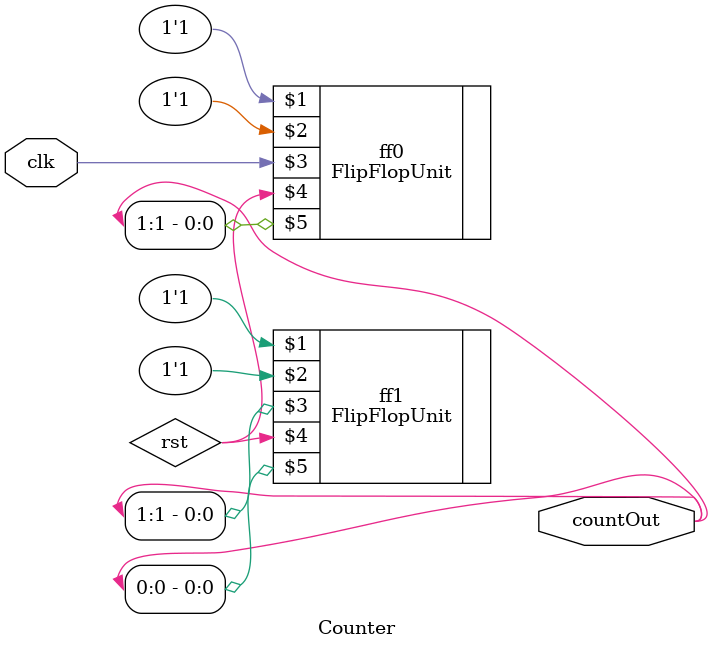
<source format=sv>
module Counter(input logic clk, output reg [3:0] countOut);
	 
	FlipFlopUnit ff0(1'b1, 1'b1, clk, rst, countOut[1]);
	
	FlipFlopUnit ff1(1'b1, 1'b1, countOut[1], rst, countOut[0]);
	

endmodule 
</source>
